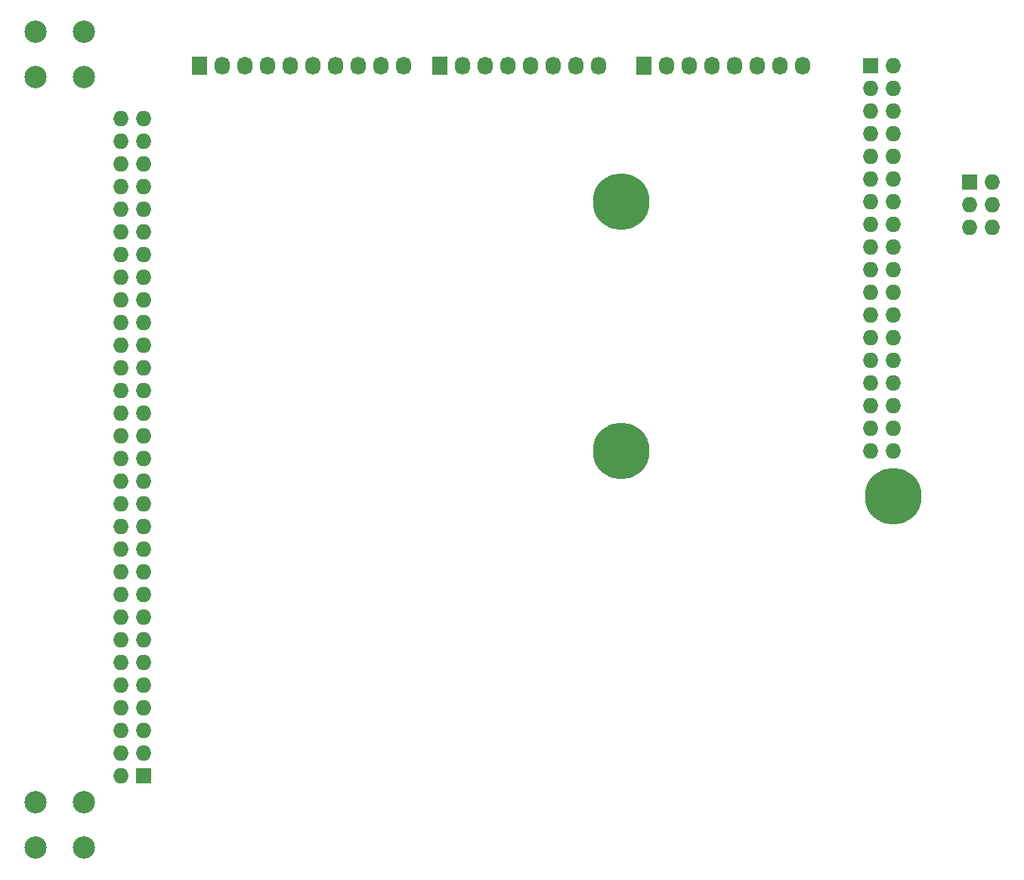
<source format=gbr>
G04 #@! TF.FileFunction,Soldermask,Bot*
%FSLAX46Y46*%
G04 Gerber Fmt 4.6, Leading zero omitted, Abs format (unit mm)*
G04 Created by KiCad (PCBNEW 4.0.1-3.201512150931+6195~38~ubuntu15.04.1-stable) date Sun 01 May 2016 04:30:14 AM CDT*
%MOMM*%
G01*
G04 APERTURE LIST*
%ADD10C,0.100000*%
%ADD11R,1.727200X1.727200*%
%ADD12O,1.727200X1.727200*%
%ADD13R,1.727200X2.032000*%
%ADD14O,1.727200X2.032000*%
%ADD15C,2.500000*%
%ADD16C,6.350000*%
G04 APERTURE END LIST*
D10*
D11*
X40462200Y-140500100D03*
D12*
X37922200Y-140500100D03*
X40462200Y-137960100D03*
X37922200Y-137960100D03*
X40462200Y-135420100D03*
X37922200Y-135420100D03*
X40462200Y-132880100D03*
X37922200Y-132880100D03*
X40462200Y-130340100D03*
X37922200Y-130340100D03*
X40462200Y-127800100D03*
X37922200Y-127800100D03*
X40462200Y-125260100D03*
X37922200Y-125260100D03*
X40462200Y-122720100D03*
X37922200Y-122720100D03*
X40462200Y-120180100D03*
X37922200Y-120180100D03*
X40462200Y-117640100D03*
X37922200Y-117640100D03*
X40462200Y-115100100D03*
X37922200Y-115100100D03*
X40462200Y-112560100D03*
X37922200Y-112560100D03*
X40462200Y-110020100D03*
X37922200Y-110020100D03*
X40462200Y-107480100D03*
X37922200Y-107480100D03*
X40462200Y-104940100D03*
X37922200Y-104940100D03*
X40462200Y-102400100D03*
X37922200Y-102400100D03*
X40462200Y-99860100D03*
X37922200Y-99860100D03*
X40462200Y-97320100D03*
X37922200Y-97320100D03*
X40462200Y-94780100D03*
X37922200Y-94780100D03*
X40462200Y-92240100D03*
X37922200Y-92240100D03*
X40462200Y-89700100D03*
X37922200Y-89700100D03*
X40462200Y-87160100D03*
X37922200Y-87160100D03*
X40462200Y-84620100D03*
X37922200Y-84620100D03*
X40462200Y-82080100D03*
X37922200Y-82080100D03*
X40462200Y-79540100D03*
X37922200Y-79540100D03*
X40462200Y-77000100D03*
X37922200Y-77000100D03*
X40462200Y-74460100D03*
X37922200Y-74460100D03*
X40462200Y-71920100D03*
X37922200Y-71920100D03*
X40462200Y-69380100D03*
X37922200Y-69380100D03*
X40462200Y-66840100D03*
X37922200Y-66840100D03*
D11*
X133030000Y-73977500D03*
D12*
X135570000Y-73977500D03*
X133030000Y-76517500D03*
X135570000Y-76517500D03*
X133030000Y-79057500D03*
X135570000Y-79057500D03*
D11*
X121920000Y-60960000D03*
D12*
X124460000Y-60960000D03*
X121920000Y-63500000D03*
X124460000Y-63500000D03*
X121920000Y-66040000D03*
X124460000Y-66040000D03*
X121920000Y-68580000D03*
X124460000Y-68580000D03*
X121920000Y-71120000D03*
X124460000Y-71120000D03*
X121920000Y-73660000D03*
X124460000Y-73660000D03*
X121920000Y-76200000D03*
X124460000Y-76200000D03*
X121920000Y-78740000D03*
X124460000Y-78740000D03*
X121920000Y-81280000D03*
X124460000Y-81280000D03*
X121920000Y-83820000D03*
X124460000Y-83820000D03*
X121920000Y-86360000D03*
X124460000Y-86360000D03*
X121920000Y-88900000D03*
X124460000Y-88900000D03*
X121920000Y-91440000D03*
X124460000Y-91440000D03*
X121920000Y-93980000D03*
X124460000Y-93980000D03*
X121920000Y-96520000D03*
X124460000Y-96520000D03*
X121920000Y-99060000D03*
X124460000Y-99060000D03*
X121920000Y-101600000D03*
X124460000Y-101600000D03*
X121920000Y-104140000D03*
X124460000Y-104140000D03*
D13*
X46736000Y-60960000D03*
D14*
X49276000Y-60960000D03*
X51816000Y-60960000D03*
X54356000Y-60960000D03*
X56896000Y-60960000D03*
X59436000Y-60960000D03*
X61976000Y-60960000D03*
X64516000Y-60960000D03*
X67056000Y-60960000D03*
X69596000Y-60960000D03*
D13*
X73660000Y-60960000D03*
D14*
X76200000Y-60960000D03*
X78740000Y-60960000D03*
X81280000Y-60960000D03*
X83820000Y-60960000D03*
X86360000Y-60960000D03*
X88900000Y-60960000D03*
X91440000Y-60960000D03*
D13*
X96520000Y-60960000D03*
D14*
X99060000Y-60960000D03*
X101600000Y-60960000D03*
X104140000Y-60960000D03*
X106680000Y-60960000D03*
X109220000Y-60960000D03*
X111760000Y-60960000D03*
X114300000Y-60960000D03*
D15*
X33835000Y-143510000D03*
X33835000Y-148590000D03*
X28395000Y-148590000D03*
X28395000Y-143510000D03*
X33835000Y-57150000D03*
X33835000Y-62230000D03*
X28395000Y-62230000D03*
X28395000Y-57150000D03*
D16*
X93980000Y-76200000D03*
X93980000Y-104140000D03*
X124460000Y-109220000D03*
M02*

</source>
